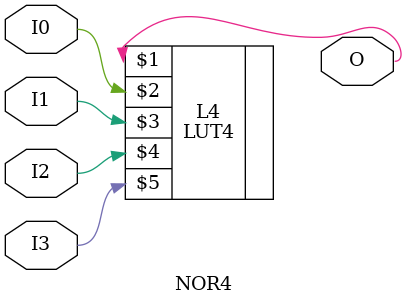
<source format=v>


`timescale  1 ps / 1 ps


module NOR4 (O, I0, I1, I2, I3);

    output O;

    input  I0, I1, I2, I3;

    LUT4 #(.INIT(16'h0001)) L4 (O, I0, I1, I2, I3);

endmodule

</source>
